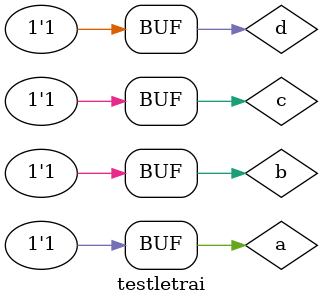
<source format=v>

module letrai (s1,a,b,c,d);
output s1;
input a,b,c,d;
wire t1,t2,t3,t4,t5,t,t7,t8;

xor XOR1 (t1,a,c);
xor XOR2 (t2,b,c);
xor XOR3 (t3,a,b);
xor XOR4 (t4,b,d);

and AND1 (t5, t1,d);
and AND2 (t6, t2,d);
and AND3 (t7, t3,c);
and AND4 (t8, t4,a);

or OR1 (s1,t5,t6,t7,t8);



endmodule //fim letrai

module testletrai;

wire s1;
reg a,b,c,d;

letrai I (s1,a,b,c,d);

 initial begin
 		$display("LUIZ MARQUES DE OLIVEIRA");
 		$display("PROVA - LETRA I");
      $display("\na  b   c   d  s1\n");
      $monitor("%b  %b   %b   %b  %b", a, b, c, d, s1);
  
	     a=0; b=0; c=0; d=0;  
    #1  a=0; b=0; c=0; d=1;
    #1  a=0; b=0; c=1; d=0;
    #1  a=0; b=0; c=1; d=1;
    #1  a=0; b=1; c=0; d=0;
 	 #1  a=0; b=1; c=0; d=1;
    #1  a=0; b=1; c=1; d=0;
    #1  a=0; b=1; c=1; d=1;
    #1  a=1; b=0; c=0; d=0;
    #1  a=1; b=0; c=0; d=1;
    #1  a=1; b=0; c=1; d=0;
    #1  a=1; b=0; c=1; d=1;
    #1  a=1; b=1; c=0; d=0;
    #1  a=1; b=1; c=0; d=1;
    #1  a=1; b=1; c=1; d=0;
    #1  a=1; b=1; c=1; d=1;


        
    end
    endmodule


</source>
